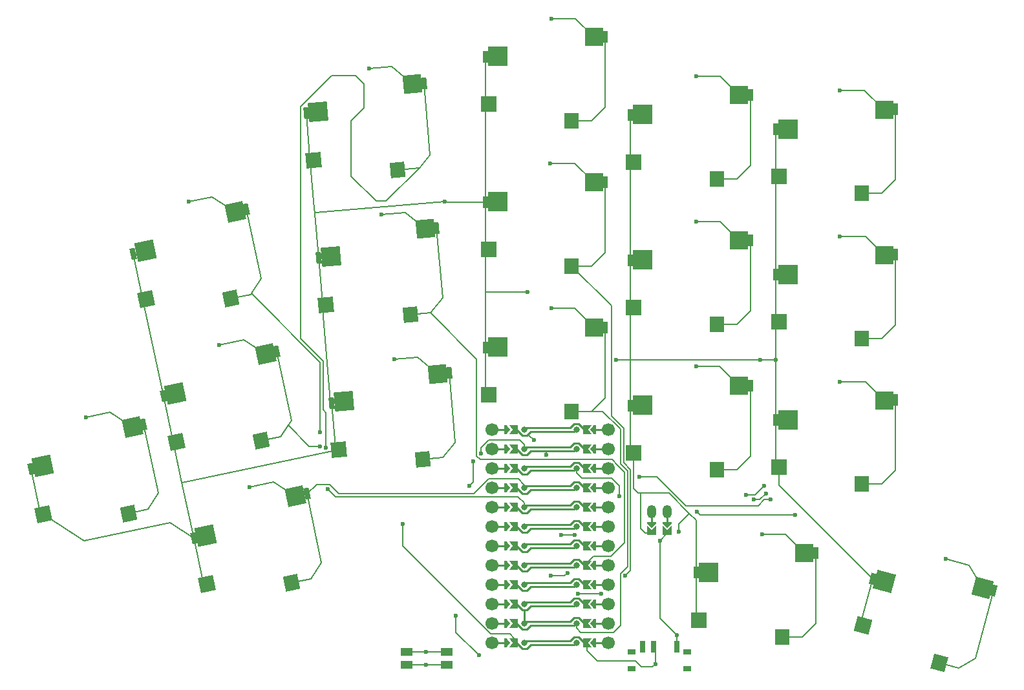
<source format=gbr>
%TF.GenerationSoftware,KiCad,Pcbnew,8.0.4*%
%TF.CreationDate,2024-11-28T23:07:48+01:00*%
%TF.ProjectId,reversible_split,72657665-7273-4696-926c-655f73706c69,v1.0.0*%
%TF.SameCoordinates,Original*%
%TF.FileFunction,Copper,L2,Bot*%
%TF.FilePolarity,Positive*%
%FSLAX46Y46*%
G04 Gerber Fmt 4.6, Leading zero omitted, Abs format (unit mm)*
G04 Created by KiCad (PCBNEW 8.0.4) date 2024-11-28 23:07:48*
%MOMM*%
%LPD*%
G01*
G04 APERTURE LIST*
G04 Aperture macros list*
%AMRotRect*
0 Rectangle, with rotation*
0 The origin of the aperture is its center*
0 $1 length*
0 $2 width*
0 $3 Rotation angle, in degrees counterclockwise*
0 Add horizontal line*
21,1,$1,$2,0,0,$3*%
%AMFreePoly0*
4,1,6,0.600000,-1.000000,0.000000,-0.400000,-0.600000,-1.000000,-0.600000,0.250000,0.600000,0.250000,0.600000,-1.000000,0.600000,-1.000000,$1*%
%AMFreePoly1*
4,1,6,0.600000,-0.200000,0.600000,-0.400000,-0.600000,-0.400000,-0.600000,-0.200000,0.000000,0.400000,0.600000,-0.200000,0.600000,-0.200000,$1*%
%AMFreePoly2*
4,1,6,0.500000,-0.625000,0.250000,-0.625000,-0.250000,0.000000,0.250000,0.625000,0.500000,0.625000,0.500000,-0.625000,0.500000,-0.625000,$1*%
%AMFreePoly3*
4,1,6,0.150000,0.000000,0.650000,-0.625000,-0.500000,-0.625000,-0.500000,0.625000,0.650000,0.625000,0.150000,0.000000,0.150000,0.000000,$1*%
G04 Aperture macros list end*
%TA.AperFunction,SMDPad,CuDef*%
%ADD10RotRect,0.700000X1.500000X5.000000*%
%TD*%
%TA.AperFunction,SMDPad,CuDef*%
%ADD11RotRect,2.000000X2.000000X185.000000*%
%TD*%
%TA.AperFunction,SMDPad,CuDef*%
%ADD12RotRect,2.500000X2.500000X185.000000*%
%TD*%
%TA.AperFunction,SMDPad,CuDef*%
%ADD13RotRect,1.900000X2.000000X185.000000*%
%TD*%
%TA.AperFunction,SMDPad,CuDef*%
%ADD14RotRect,2.400000X2.400000X185.000000*%
%TD*%
%TA.AperFunction,SMDPad,CuDef*%
%ADD15R,0.700000X1.500000*%
%TD*%
%TA.AperFunction,SMDPad,CuDef*%
%ADD16R,2.000000X2.000000*%
%TD*%
%TA.AperFunction,SMDPad,CuDef*%
%ADD17R,2.500000X2.500000*%
%TD*%
%TA.AperFunction,SMDPad,CuDef*%
%ADD18R,1.900000X2.000000*%
%TD*%
%TA.AperFunction,SMDPad,CuDef*%
%ADD19R,2.400000X2.400000*%
%TD*%
%TA.AperFunction,SMDPad,CuDef*%
%ADD20R,1.000000X0.800000*%
%TD*%
%TA.AperFunction,SMDPad,CuDef*%
%ADD21RotRect,0.700000X1.500000X12.000000*%
%TD*%
%TA.AperFunction,SMDPad,CuDef*%
%ADD22RotRect,2.000000X2.000000X192.000000*%
%TD*%
%TA.AperFunction,SMDPad,CuDef*%
%ADD23RotRect,2.500000X2.500000X192.000000*%
%TD*%
%TA.AperFunction,SMDPad,CuDef*%
%ADD24RotRect,1.900000X2.000000X192.000000*%
%TD*%
%TA.AperFunction,SMDPad,CuDef*%
%ADD25RotRect,2.400000X2.400000X192.000000*%
%TD*%
%TA.AperFunction,SMDPad,CuDef*%
%ADD26RotRect,0.700000X1.500000X345.000000*%
%TD*%
%TA.AperFunction,SMDPad,CuDef*%
%ADD27RotRect,2.000000X2.000000X165.000000*%
%TD*%
%TA.AperFunction,SMDPad,CuDef*%
%ADD28RotRect,2.500000X2.500000X165.000000*%
%TD*%
%TA.AperFunction,SMDPad,CuDef*%
%ADD29RotRect,1.900000X2.000000X165.000000*%
%TD*%
%TA.AperFunction,SMDPad,CuDef*%
%ADD30RotRect,2.400000X2.400000X165.000000*%
%TD*%
%TA.AperFunction,SMDPad,CuDef*%
%ADD31R,1.550000X1.000000*%
%TD*%
%TA.AperFunction,SMDPad,CuDef*%
%ADD32FreePoly0,180.000000*%
%TD*%
%TA.AperFunction,ComponentPad*%
%ADD33O,1.200000X1.750000*%
%TD*%
%TA.AperFunction,SMDPad,CuDef*%
%ADD34FreePoly1,180.000000*%
%TD*%
%TA.AperFunction,ComponentPad*%
%ADD35C,1.700000*%
%TD*%
%TA.AperFunction,SMDPad,CuDef*%
%ADD36FreePoly2,0.000000*%
%TD*%
%TA.AperFunction,SMDPad,CuDef*%
%ADD37FreePoly2,180.000000*%
%TD*%
%TA.AperFunction,ComponentPad*%
%ADD38C,0.800000*%
%TD*%
%TA.AperFunction,SMDPad,CuDef*%
%ADD39FreePoly3,180.000000*%
%TD*%
%TA.AperFunction,SMDPad,CuDef*%
%ADD40FreePoly3,0.000000*%
%TD*%
%TA.AperFunction,ViaPad*%
%ADD41C,0.600000*%
%TD*%
%TA.AperFunction,Conductor*%
%ADD42C,0.200000*%
%TD*%
%TA.AperFunction,Conductor*%
%ADD43C,0.250000*%
%TD*%
G04 APERTURE END LIST*
D10*
%TO.P,S5,1*%
%TO.N,GND*%
X153103702Y-94335077D03*
D11*
X154042545Y-100476622D03*
D12*
X154694127Y-94155780D03*
D13*
%TO.P,S5,2*%
%TO.N,matrix_ring_bottom*%
X165092810Y-101718252D03*
D14*
X167024805Y-90527283D03*
D10*
X168517354Y-90376628D03*
%TD*%
D15*
%TO.P,S13,1*%
%TO.N,GND*%
X192274991Y-56575522D03*
D16*
X192674991Y-62775522D03*
D17*
X193874991Y-56535523D03*
D18*
%TO.P,S13,2*%
%TO.N,matrix_index_top*%
X203574991Y-64975522D03*
D19*
X206474992Y-53995522D03*
D15*
X207974991Y-53975523D03*
%TD*%
D20*
%TO.P,PWR1,*%
%TO.N,*%
X199712495Y-126951521D03*
X192412493Y-126951521D03*
X192412494Y-129161519D03*
X199712493Y-129161522D03*
D15*
%TO.P,PWR1,1*%
%TO.N,pos*%
X198312494Y-126301521D03*
%TO.P,PWR1,2*%
%TO.N,RAW*%
X195312493Y-126301521D03*
%TO.P,PWR1,3*%
%TO.N,N/C*%
X193812494Y-126301521D03*
%TD*%
D10*
%TO.P,S7,1*%
%TO.N,GND*%
X149783068Y-56380058D03*
D11*
X150721911Y-62521603D03*
D12*
X151373493Y-56200761D03*
D13*
%TO.P,S7,2*%
%TO.N,matrix_ring_top*%
X161772176Y-63763233D03*
D14*
X163704171Y-52572264D03*
D10*
X165196720Y-52421609D03*
%TD*%
D21*
%TO.P,S3,1*%
%TO.N,GND*%
X131111484Y-93427950D03*
D22*
X132791796Y-99409300D03*
D23*
X132668204Y-93056163D03*
D24*
%TO.P,S3,2*%
%TO.N,matrix_pinky_home*%
X143911010Y-99294986D03*
D25*
X144464768Y-87951983D03*
D21*
X145927831Y-87620552D03*
%TD*%
D15*
%TO.P,S16,1*%
%TO.N,GND*%
X211274994Y-58480523D03*
D16*
X211674994Y-64680523D03*
D17*
X212874994Y-58440524D03*
D18*
%TO.P,S16,2*%
%TO.N,matrix_inner_top*%
X222574994Y-66880523D03*
D19*
X225474995Y-55900523D03*
D15*
X226974994Y-55880524D03*
%TD*%
%TO.P,S15,1*%
%TO.N,GND*%
X211274992Y-77530523D03*
D16*
X211674992Y-83730523D03*
D17*
X212874992Y-77490524D03*
D18*
%TO.P,S15,2*%
%TO.N,matrix_inner_home*%
X222574992Y-85930523D03*
D19*
X225474993Y-74950523D03*
D15*
X226974992Y-74930524D03*
%TD*%
D26*
%TO.P,S18,1*%
%TO.N,GND*%
X223960961Y-117387878D03*
D27*
X222742655Y-123480145D03*
D28*
X225516797Y-117763351D03*
D29*
%TO.P,S18,2*%
%TO.N,thumb_reachy*%
X232701845Y-128426310D03*
D30*
X238344863Y-118571019D03*
D26*
X239798928Y-118939929D03*
%TD*%
D15*
%TO.P,S12,1*%
%TO.N,GND*%
X192274992Y-75625520D03*
D16*
X192674992Y-81825520D03*
D17*
X193874992Y-75585521D03*
D18*
%TO.P,S12,2*%
%TO.N,matrix_index_home*%
X203574992Y-84025520D03*
D19*
X206474993Y-73045520D03*
D15*
X207974992Y-73025521D03*
%TD*%
%TO.P,S14,1*%
%TO.N,GND*%
X211274991Y-96580524D03*
D16*
X211674991Y-102780524D03*
D17*
X212874991Y-96540525D03*
D18*
%TO.P,S14,2*%
%TO.N,matrix_inner_bottom*%
X222574991Y-104980524D03*
D19*
X225474992Y-94000524D03*
D15*
X226974991Y-93980525D03*
%TD*%
D21*
%TO.P,S2,1*%
%TO.N,GND*%
X135072208Y-112061659D03*
D22*
X136752520Y-118043009D03*
D23*
X136628928Y-111689872D03*
D24*
%TO.P,S2,2*%
%TO.N,matrix_pinky_bottom*%
X147871734Y-117928695D03*
D25*
X148425492Y-106585692D03*
D21*
X149888555Y-106254261D03*
%TD*%
D10*
%TO.P,S6,1*%
%TO.N,GND*%
X151443390Y-75357568D03*
D11*
X152382233Y-81499113D03*
D12*
X153033815Y-75178271D03*
D13*
%TO.P,S6,2*%
%TO.N,matrix_ring_home*%
X163432498Y-82740743D03*
D14*
X165364493Y-71549774D03*
D10*
X166857042Y-71399119D03*
%TD*%
D15*
%TO.P,S11,1*%
%TO.N,GND*%
X192274991Y-94675522D03*
D16*
X192674991Y-100875522D03*
D17*
X193874991Y-94635523D03*
D18*
%TO.P,S11,2*%
%TO.N,matrix_index_bottom*%
X203574991Y-103075522D03*
D19*
X206474992Y-92095522D03*
D15*
X207974991Y-92075523D03*
%TD*%
%TO.P,S8,1*%
%TO.N,GND*%
X173274992Y-87055523D03*
D16*
X173674992Y-93255523D03*
D17*
X174874992Y-87015524D03*
D18*
%TO.P,S8,2*%
%TO.N,matrix_middle_bottom*%
X184574992Y-95455523D03*
D19*
X187474993Y-84475523D03*
D15*
X188974992Y-84455524D03*
%TD*%
%TO.P,S10,1*%
%TO.N,GND*%
X173274991Y-48955525D03*
D16*
X173674991Y-55155525D03*
D17*
X174874991Y-48915526D03*
D18*
%TO.P,S10,2*%
%TO.N,matrix_middle_top*%
X184574991Y-57355525D03*
D19*
X187474992Y-46375525D03*
D15*
X188974991Y-46355526D03*
%TD*%
D21*
%TO.P,S1,1*%
%TO.N,GND*%
X113714898Y-102968382D03*
D22*
X115395210Y-108949732D03*
D23*
X115271618Y-102596595D03*
D24*
%TO.P,S1,2*%
%TO.N,matrix_outer_home*%
X126514424Y-108835418D03*
D25*
X127068182Y-97492415D03*
D21*
X128531245Y-97160984D03*
%TD*%
D31*
%TO.P,RST1,1*%
%TO.N,GND*%
X168157488Y-128696021D03*
%TO.P,RST1,2*%
%TO.N,RST*%
X168157488Y-126996021D03*
%TO.P,RST1,3*%
%TO.N,GND*%
X162907488Y-128696021D03*
%TO.P,RST1,4*%
%TO.N,RST*%
X162907488Y-126996021D03*
%TD*%
D15*
%TO.P,S9,1*%
%TO.N,GND*%
X173274994Y-68005524D03*
D16*
X173674994Y-74205524D03*
D17*
X174874994Y-67965525D03*
D18*
%TO.P,S9,2*%
%TO.N,matrix_middle_home*%
X184574994Y-76405524D03*
D19*
X187474995Y-65425524D03*
D15*
X188974994Y-65405525D03*
%TD*%
D21*
%TO.P,S4,1*%
%TO.N,GND*%
X127150769Y-74794239D03*
D22*
X128831081Y-80775589D03*
D23*
X128707489Y-74422452D03*
D24*
%TO.P,S4,2*%
%TO.N,matrix_pinky_top*%
X139950295Y-80661275D03*
D25*
X140504053Y-69318272D03*
D21*
X141967116Y-68986841D03*
%TD*%
D15*
%TO.P,S17,1*%
%TO.N,GND*%
X200847487Y-116583023D03*
D16*
X201247487Y-122783023D03*
D17*
X202447487Y-116543024D03*
D18*
%TO.P,S17,2*%
%TO.N,thumb_tucky*%
X212147487Y-124983023D03*
D19*
X215047488Y-114003023D03*
D15*
X216547487Y-113983024D03*
%TD*%
D32*
%TO.P,JST1,1*%
%TO.N,pos*%
X197062491Y-111421525D03*
%TO.P,JST1,2*%
%TO.N,GND*%
X195062491Y-111421525D03*
D33*
%TO.P,JST1,11*%
%TO.N,JST1_1*%
X195062491Y-108605525D03*
%TO.P,JST1,12*%
%TO.N,JST1_2*%
X197062491Y-108605525D03*
D34*
%TO.P,JST1,31*%
%TO.N,JST1_1*%
X195062491Y-110405525D03*
%TO.P,JST1,32*%
%TO.N,JST1_2*%
X197062491Y-110405525D03*
%TD*%
D35*
%TO.P,MCU1,1*%
%TO.N,MCU1_1*%
X189394985Y-125782276D03*
D36*
X187274985Y-125782274D03*
D35*
%TO.P,MCU1,2*%
%TO.N,MCU1_2*%
X189394988Y-123242274D03*
D36*
X187274988Y-123242274D03*
D35*
%TO.P,MCU1,3*%
%TO.N,MCU1_3*%
X189394988Y-120702274D03*
D36*
X187274988Y-120702274D03*
D35*
%TO.P,MCU1,4*%
%TO.N,MCU1_4*%
X189394988Y-118162274D03*
D36*
X187274988Y-118162273D03*
D35*
%TO.P,MCU1,5*%
%TO.N,MCU1_5*%
X189394988Y-115622274D03*
D36*
X187274988Y-115622274D03*
D35*
%TO.P,MCU1,6*%
%TO.N,MCU1_6*%
X189394989Y-113082274D03*
D36*
X187274988Y-113082274D03*
D35*
%TO.P,MCU1,7*%
%TO.N,MCU1_7*%
X189394988Y-110542274D03*
D36*
X187274988Y-110542274D03*
D35*
%TO.P,MCU1,8*%
%TO.N,MCU1_8*%
X189394988Y-108002274D03*
D36*
X187274988Y-108002274D03*
D35*
%TO.P,MCU1,9*%
%TO.N,MCU1_9*%
X189394988Y-105462274D03*
D36*
X187274988Y-105462274D03*
D35*
%TO.P,MCU1,10*%
%TO.N,MCU1_10*%
X189394989Y-102922274D03*
D36*
X187274988Y-102922274D03*
D35*
%TO.P,MCU1,11*%
%TO.N,MCU1_11*%
X189394988Y-100382274D03*
D36*
X187274988Y-100382274D03*
D35*
%TO.P,MCU1,12*%
%TO.N,MCU1_12*%
X189394988Y-97842274D03*
D36*
X187274988Y-97842274D03*
D37*
%TO.P,MCU1,13*%
%TO.N,MCU1_13*%
X176274990Y-97842274D03*
D35*
X174154988Y-97842273D03*
D37*
%TO.P,MCU1,14*%
%TO.N,MCU1_14*%
X176274991Y-100382274D03*
D35*
X174154991Y-100382272D03*
D37*
%TO.P,MCU1,15*%
%TO.N,MCU1_15*%
X176274988Y-102922274D03*
D35*
X174154988Y-102922274D03*
D37*
%TO.P,MCU1,16*%
%TO.N,MCU1_16*%
X176274988Y-105462274D03*
D35*
X174154988Y-105462274D03*
D37*
%TO.P,MCU1,17*%
%TO.N,MCU1_17*%
X176274988Y-108002275D03*
D35*
X174154988Y-108002274D03*
D37*
%TO.P,MCU1,18*%
%TO.N,MCU1_18*%
X176274988Y-110542274D03*
D35*
X174154988Y-110542274D03*
D37*
%TO.P,MCU1,19*%
%TO.N,MCU1_19*%
X176274988Y-113082274D03*
D35*
X174154987Y-113082274D03*
D37*
%TO.P,MCU1,20*%
%TO.N,MCU1_20*%
X176274988Y-115622274D03*
D35*
X174154988Y-115622274D03*
D37*
%TO.P,MCU1,21*%
%TO.N,MCU1_21*%
X176274988Y-118162274D03*
D35*
X174154988Y-118162274D03*
D37*
%TO.P,MCU1,22*%
%TO.N,MCU1_22*%
X176274988Y-120702274D03*
D35*
X174154988Y-120702274D03*
D37*
%TO.P,MCU1,23*%
%TO.N,MCU1_23*%
X176274988Y-123242274D03*
D35*
X174154987Y-123242274D03*
D37*
%TO.P,MCU1,24*%
%TO.N,MCU1_24*%
X176274988Y-125782274D03*
D35*
X174154988Y-125782274D03*
D38*
%TO.P,MCU1,101*%
%TO.N,matrix_ring_top*%
X185174986Y-125782274D03*
D39*
X176999988Y-125782274D03*
D38*
%TO.P,MCU1,102*%
%TO.N,matrix_middle_bottom*%
X185174988Y-123242274D03*
D39*
X176999989Y-123242273D03*
D38*
%TO.P,MCU1,103*%
%TO.N,GND*%
X185174988Y-120702274D03*
D39*
X176999989Y-120702274D03*
D38*
%TO.P,MCU1,104*%
X185174987Y-118162274D03*
D39*
X176999985Y-118162274D03*
D38*
%TO.P,MCU1,105*%
%TO.N,matrix_middle_home*%
X185174988Y-115622274D03*
D39*
X176999988Y-115622274D03*
D38*
%TO.P,MCU1,106*%
%TO.N,matrix_middle_top*%
X185174989Y-113082274D03*
D39*
X176999988Y-113082274D03*
D38*
%TO.P,MCU1,107*%
%TO.N,matrix_index_bottom*%
X185174988Y-110542274D03*
D39*
X176999988Y-110542274D03*
D38*
%TO.P,MCU1,108*%
%TO.N,matrix_index_home*%
X185174988Y-108002274D03*
D39*
X176999985Y-108002274D03*
D38*
%TO.P,MCU1,109*%
%TO.N,matrix_index_top*%
X185174988Y-105462274D03*
D39*
X176999988Y-105462274D03*
D38*
%TO.P,MCU1,110*%
%TO.N,matrix_inner_bottom*%
X185174988Y-102922274D03*
D39*
X176999988Y-102922274D03*
D38*
%TO.P,MCU1,111*%
%TO.N,matrix_inner_home*%
X185174988Y-100382274D03*
D39*
X176999988Y-100382274D03*
D38*
%TO.P,MCU1,112*%
%TO.N,matrix_inner_top*%
X185174986Y-97842274D03*
D39*
X176999988Y-97842274D03*
D40*
%TO.P,MCU1,113*%
%TO.N,thumb_reachy*%
X186549988Y-97842274D03*
D38*
X178374989Y-97842273D03*
D40*
%TO.P,MCU1,114*%
%TO.N,thumb_tucky*%
X186549988Y-100382274D03*
D38*
X178374990Y-100382274D03*
D40*
%TO.P,MCU1,115*%
%TO.N,matrix_outer_home*%
X186549987Y-102922275D03*
D38*
X178374988Y-102922274D03*
D40*
%TO.P,MCU1,116*%
%TO.N,matrix_pinky_bottom*%
X186549987Y-105462274D03*
D38*
X178374988Y-105462274D03*
D40*
%TO.P,MCU1,117*%
%TO.N,matrix_pinky_home*%
X186549991Y-108002274D03*
D38*
X178374989Y-108002274D03*
D40*
%TO.P,MCU1,118*%
%TO.N,matrix_pinky_top*%
X186549988Y-110542274D03*
D38*
X178374988Y-110542274D03*
D40*
%TO.P,MCU1,119*%
%TO.N,matrix_ring_bottom*%
X186549988Y-113082274D03*
D38*
X178374987Y-113082274D03*
D40*
%TO.P,MCU1,120*%
%TO.N,matrix_ring_home*%
X186549988Y-115622274D03*
D38*
X178374988Y-115622274D03*
D40*
%TO.P,MCU1,121*%
%TO.N,VCC*%
X186549991Y-118162274D03*
D38*
X178374988Y-118162274D03*
D40*
%TO.P,MCU1,122*%
%TO.N,RST*%
X186549988Y-120702274D03*
D38*
X178374988Y-120702274D03*
D40*
%TO.P,MCU1,123*%
%TO.N,GND*%
X186549988Y-123242274D03*
D38*
X178374988Y-123242274D03*
D40*
%TO.P,MCU1,124*%
%TO.N,RAW*%
X186549988Y-125782274D03*
D38*
X178374988Y-125782274D03*
%TD*%
D41*
%TO.N,GND*%
X165508135Y-128696019D03*
X190381467Y-88734046D03*
X209274992Y-88734046D03*
X178800000Y-79800000D03*
X198600000Y-111200000D03*
X167952275Y-67934045D03*
X211274989Y-88734045D03*
%TO.N,matrix_outer_home*%
X120989140Y-96197555D03*
%TO.N,matrix_pinky_bottom*%
X142359961Y-105354412D03*
%TO.N,matrix_pinky_home*%
X152600000Y-105600000D03*
X138409640Y-86769606D03*
X151600000Y-100000000D03*
%TO.N,matrix_pinky_top*%
X134417734Y-67989172D03*
X151600000Y-98200000D03*
%TO.N,matrix_ring_bottom*%
X161328721Y-88605680D03*
%TO.N,matrix_ring_home*%
X159672762Y-69677982D03*
%TO.N,matrix_ring_top*%
X157999374Y-50551043D03*
X152400000Y-100200000D03*
X162400000Y-110200000D03*
%TO.N,matrix_middle_bottom*%
X181908133Y-81949244D03*
%TO.N,matrix_middle_home*%
X191544989Y-117000000D03*
X181708130Y-62949244D03*
%TO.N,matrix_middle_top*%
X181908134Y-43949245D03*
%TO.N,matrix_index_bottom*%
X200908138Y-89549243D03*
%TO.N,matrix_index_home*%
X200908133Y-70549246D03*
%TO.N,matrix_index_top*%
X200908136Y-51549245D03*
%TO.N,matrix_inner_bottom*%
X190800000Y-106600000D03*
X219708137Y-91549243D03*
X193400000Y-104000000D03*
X210606246Y-106993754D03*
%TO.N,matrix_inner_home*%
X181800000Y-117000000D03*
X208400000Y-107000000D03*
X181200000Y-101172268D03*
X210000000Y-106200000D03*
X184000000Y-116600000D03*
X219708135Y-72549244D03*
%TO.N,matrix_inner_top*%
X179600000Y-99200000D03*
X219708137Y-53349247D03*
X209800000Y-105200000D03*
X207400000Y-106400000D03*
X185400000Y-119312274D03*
X188400000Y-119312274D03*
%TO.N,thumb_tucky*%
X171200000Y-105200000D03*
X172400000Y-127400000D03*
X209508134Y-111549241D03*
X171694724Y-102000000D03*
X169400000Y-122200000D03*
X172718989Y-100975735D03*
%TO.N,thumb_reachy*%
X201000000Y-108600000D03*
X213800000Y-109000000D03*
X233588217Y-114804990D03*
X185000000Y-111600000D03*
X183200000Y-111600000D03*
%TO.N,RAW*%
X195508138Y-128549244D03*
%TO.N,RST*%
X165508137Y-126996021D03*
%TO.N,pos*%
X196108136Y-112375878D03*
X198312488Y-124753598D03*
%TD*%
D42*
%TO.N,GND*%
X200847489Y-116583021D02*
X200847489Y-109683531D01*
X113714899Y-102968383D02*
X114920788Y-108641639D01*
X173274989Y-87055524D02*
X173274993Y-92855522D01*
X211274992Y-64280522D02*
X211674992Y-64680523D01*
X136257141Y-112061659D02*
X136628928Y-111689872D01*
X173274994Y-73805526D02*
X173674989Y-74205526D01*
X133592701Y-104823370D02*
X133524210Y-104778892D01*
X173274992Y-48955522D02*
X173274992Y-54755525D01*
X135072210Y-112061659D02*
X133524210Y-104778892D01*
X223960961Y-117387878D02*
X225141324Y-117387878D01*
X223960962Y-117387877D02*
X222459813Y-122990245D01*
X200847490Y-116583021D02*
X200847487Y-122383023D01*
X154042546Y-100476622D02*
X133592701Y-104823370D01*
X131934525Y-110024023D02*
X135072210Y-112061659D01*
D43*
X178074686Y-121427270D02*
X178400000Y-121427271D01*
D42*
X192274991Y-56575521D02*
X192274990Y-62375524D01*
X152987862Y-94237873D02*
X153103699Y-94335079D01*
X211274987Y-96580522D02*
X211274992Y-102380521D01*
X173274994Y-68005523D02*
X173274994Y-73805526D01*
D43*
X179180296Y-120922272D02*
X184954992Y-120922270D01*
D42*
X165508135Y-128696019D02*
X168157490Y-128696024D01*
X192274994Y-88734044D02*
X190381467Y-88734046D01*
X192274994Y-88734044D02*
X192274990Y-82225520D01*
X131111485Y-93427950D02*
X128522985Y-81250015D01*
X173274993Y-68005523D02*
X168023754Y-68005522D01*
X153609203Y-100113004D02*
X154042545Y-100476621D01*
D43*
X185475294Y-122517277D02*
X184874683Y-122517272D01*
D42*
X193600000Y-110800000D02*
X194221525Y-111421525D01*
X192274993Y-81425518D02*
X192674988Y-81825520D01*
X152382230Y-81499113D02*
X151921409Y-82048293D01*
X193600000Y-106134045D02*
X193298009Y-106134045D01*
X168023754Y-68005522D02*
X167952275Y-67934045D01*
X149783063Y-56380057D02*
X150288574Y-62157988D01*
X194221525Y-111421525D02*
X195062491Y-111421525D01*
X173274988Y-79800000D02*
X173274988Y-74605522D01*
X192274990Y-62375524D02*
X192674992Y-62775523D01*
X132317372Y-99101206D02*
X132791796Y-99409300D01*
X211274992Y-102380521D02*
X211674991Y-102780524D01*
D43*
X179180293Y-118382272D02*
X184954993Y-118382271D01*
D42*
X192274988Y-94675521D02*
X192274993Y-100475521D01*
X192274992Y-75625524D02*
X192274993Y-81425518D01*
X173274989Y-87055524D02*
X173274988Y-79800000D01*
X199981979Y-108818021D02*
X197298006Y-106134046D01*
X150793911Y-67934045D02*
X150358295Y-62954945D01*
X211274990Y-77530524D02*
X211274990Y-65080524D01*
D43*
X176999991Y-118162271D02*
X177349687Y-118162273D01*
D42*
X211274989Y-88734045D02*
X209274992Y-88734046D01*
X173274992Y-54755525D02*
X173674988Y-55155524D01*
X211274990Y-65080524D02*
X211674992Y-64680523D01*
X115395210Y-108949734D02*
X120720060Y-112407731D01*
X209274992Y-88734046D02*
X192274994Y-88734044D01*
D43*
X177349687Y-118162273D02*
X178074686Y-118887271D01*
X186200299Y-123242270D02*
X185475294Y-122517277D01*
D42*
X127150768Y-74794240D02*
X128356656Y-80467496D01*
X211274989Y-88734045D02*
X211274991Y-84130522D01*
X162907491Y-128696019D02*
X165508135Y-128696019D01*
X193600000Y-106134045D02*
X193600000Y-110800000D01*
X128522985Y-81250015D02*
X128831079Y-80775590D01*
X197298006Y-106134046D02*
X193600000Y-106134045D01*
D43*
X177349684Y-120702276D02*
X178074686Y-121427270D01*
D42*
X132296417Y-93427950D02*
X132668204Y-93056163D01*
D43*
X178400000Y-121427271D02*
X178675293Y-121427272D01*
X186549990Y-123242276D02*
X186200299Y-123242270D01*
D42*
X131111485Y-93427950D02*
X132317372Y-99101206D01*
X192274990Y-63175521D02*
X192674992Y-62775523D01*
D43*
X184874683Y-122517272D02*
X184379685Y-123012271D01*
D42*
X192674992Y-105511032D02*
X192674991Y-100875522D01*
X133524210Y-104778892D02*
X132483710Y-99883716D01*
X128335702Y-74794239D02*
X128707489Y-74422452D01*
X211274992Y-83330523D02*
X211674992Y-83730525D01*
X211674990Y-105101907D02*
X223960961Y-117387877D01*
X150933489Y-69529444D02*
X150793911Y-67934045D01*
X211274990Y-77530524D02*
X211274992Y-83330523D01*
X151948890Y-81135498D02*
X152382230Y-81499113D01*
X114899831Y-102968382D02*
X115271618Y-102596595D01*
X198600000Y-110200000D02*
X198600000Y-111200000D01*
X150288574Y-62157988D02*
X150721914Y-62521606D01*
X135072208Y-112061659D02*
X136257141Y-112061659D01*
X151029890Y-69414561D02*
X150933489Y-69529444D01*
D43*
X176999988Y-120702274D02*
X177349684Y-120702276D01*
D42*
X113714898Y-102968382D02*
X114899831Y-102968382D01*
D43*
X184379685Y-123012271D02*
X178604991Y-123012275D01*
D42*
X222459813Y-122990245D02*
X222742657Y-123480144D01*
X153103699Y-94335079D02*
X153609203Y-100113004D01*
X192274992Y-75625524D02*
X192274990Y-63175521D01*
X225141324Y-117387878D02*
X225516797Y-117763351D01*
X132483710Y-99883716D02*
X132791796Y-99409300D01*
X136278097Y-117734915D02*
X136752521Y-118043011D01*
X192274988Y-94675521D02*
X192274994Y-88734044D01*
X151443383Y-75357568D02*
X150933489Y-69529444D01*
X200847487Y-122383023D02*
X201247490Y-122783021D01*
X173274989Y-55555523D02*
X173674988Y-55155524D01*
D43*
X178400000Y-121427271D02*
X178374988Y-121452283D01*
D42*
X150358295Y-62954945D02*
X150721914Y-62521606D01*
D43*
X178675293Y-121427272D02*
X179180296Y-120922272D01*
D42*
X192274993Y-100475521D02*
X192674992Y-100875519D01*
X120720060Y-112407731D02*
X131934525Y-110024023D01*
X167952275Y-67934045D02*
X151029890Y-69414561D01*
X211274991Y-84130522D02*
X211674992Y-83730525D01*
X211674990Y-102780523D02*
X211674990Y-105101907D01*
X127150769Y-74794239D02*
X128335702Y-74794239D01*
X193298009Y-106134045D02*
X192674992Y-105511032D01*
X211274987Y-96580522D02*
X211274989Y-88734045D01*
X178800000Y-79800000D02*
X173274988Y-79800000D01*
D43*
X178074686Y-118887271D02*
X178675290Y-118887271D01*
D42*
X200847489Y-109683531D02*
X199981979Y-108818021D01*
X199981979Y-108818021D02*
X198600000Y-110200000D01*
X151921409Y-82048293D02*
X152987862Y-94237873D01*
D43*
X178374988Y-121452283D02*
X178374988Y-123242274D01*
D42*
X135072210Y-112061659D02*
X136278097Y-117734915D01*
X173274988Y-74605522D02*
X173674989Y-74205526D01*
X192274990Y-82225520D02*
X192674988Y-81825520D01*
X128356656Y-80467496D02*
X128831079Y-80775590D01*
X173274993Y-92855522D02*
X173674995Y-93255521D01*
X173274994Y-68005523D02*
X173274989Y-55555523D01*
X211274990Y-58480520D02*
X211274992Y-64280522D01*
X114920788Y-108641639D02*
X115395210Y-108949734D01*
X151443383Y-75357568D02*
X151948890Y-81135498D01*
D43*
X178675290Y-118887271D02*
X179180293Y-118382272D01*
D42*
X131111484Y-93427950D02*
X132296417Y-93427950D01*
%TO.N,matrix_outer_home*%
X124066898Y-95543359D02*
X127068182Y-97492416D01*
D43*
X186549992Y-102922272D02*
X186200293Y-102922274D01*
D42*
X129073548Y-108291460D02*
X126514426Y-108835418D01*
D43*
X185475294Y-102197269D02*
X184874687Y-102197273D01*
X186200293Y-102922274D02*
X185475294Y-102197269D01*
D42*
X128531246Y-97160985D02*
X130447421Y-106175883D01*
X130447421Y-106175883D02*
X129073548Y-108291460D01*
D43*
X184874687Y-102197273D02*
X184379684Y-102692272D01*
D42*
X120989140Y-96197555D02*
X124066898Y-95543359D01*
D43*
X184379684Y-102692272D02*
X178604993Y-102692271D01*
D42*
%TO.N,matrix_pinky_bottom*%
X173678642Y-104312274D02*
X177606400Y-104312274D01*
X154060803Y-106212274D02*
X171778642Y-106212274D01*
X151142818Y-105000000D02*
X152848529Y-105000000D01*
X177606400Y-104312274D02*
X178374987Y-105080861D01*
D43*
X185475298Y-104737272D02*
X184874682Y-104737272D01*
D42*
X151804733Y-115269158D02*
X150430858Y-117384736D01*
D43*
X186200296Y-105462275D02*
X185475298Y-104737272D01*
D42*
X149888555Y-106254263D02*
X151142818Y-105000000D01*
X171778642Y-106212274D02*
X173678642Y-104312274D01*
X178374987Y-105080861D02*
X178374987Y-105462274D01*
X152848529Y-105000000D02*
X154060803Y-106212274D01*
X150430858Y-117384736D02*
X147871734Y-117928695D01*
D43*
X184874682Y-104737272D02*
X184379686Y-105232276D01*
X184379686Y-105232276D02*
X178604989Y-105232273D01*
D42*
X145501299Y-104686699D02*
X148425494Y-106585692D01*
X142359961Y-105354412D02*
X145501299Y-104686699D01*
X149888557Y-106254260D02*
X151804733Y-115269158D01*
D43*
X186549991Y-105462274D02*
X186200296Y-105462275D01*
%TO.N,matrix_pinky_home*%
X184874685Y-107277274D02*
X184379682Y-107772271D01*
X185475291Y-107277273D02*
X184874685Y-107277274D01*
D42*
X178374989Y-107436589D02*
X178374989Y-108002274D01*
X152600000Y-105600000D02*
X153612274Y-106612274D01*
X147844007Y-96635448D02*
X147446915Y-97246915D01*
X147446915Y-97246915D02*
X146470134Y-98751027D01*
X146470134Y-98751027D02*
X143911011Y-99294986D01*
X147446915Y-97246915D02*
X150200000Y-100000000D01*
X150200000Y-100000000D02*
X151600000Y-100000000D01*
X153612274Y-106612274D02*
X177550674Y-106612274D01*
D43*
X184379682Y-107772271D02*
X178604991Y-107772270D01*
D42*
X138409640Y-86769606D02*
X141599877Y-86091501D01*
D43*
X186200291Y-108002271D02*
X185475291Y-107277273D01*
X186549990Y-108002271D02*
X186200291Y-108002271D01*
D42*
X145927831Y-87620551D02*
X147844007Y-96635448D01*
X177550674Y-106612274D02*
X178374989Y-107436589D01*
X141599877Y-86091501D02*
X144464768Y-87951983D01*
%TO.N,matrix_pinky_top*%
X134417734Y-67989172D02*
X137461250Y-67342254D01*
D43*
X184874685Y-109817272D02*
X184379683Y-110312274D01*
D42*
X141967115Y-68986842D02*
X143883290Y-78001738D01*
D43*
X186200296Y-110542271D02*
X185475295Y-109817274D01*
D42*
X142509417Y-80117317D02*
X139950294Y-80661277D01*
X151600000Y-89000000D02*
X151600000Y-98200000D01*
X142591272Y-79991272D02*
X151600000Y-89000000D01*
X137461250Y-67342254D02*
X140504053Y-69318273D01*
X142591272Y-79991272D02*
X142509417Y-80117317D01*
D43*
X186549986Y-110542272D02*
X186200296Y-110542271D01*
X184379683Y-110312274D02*
X178604991Y-110312276D01*
X185475295Y-109817274D02*
X184874685Y-109817272D01*
D42*
X143883290Y-78001738D02*
X142591272Y-79991272D01*
%TO.N,matrix_ring_bottom*%
X165092808Y-101718251D02*
X167699151Y-101490227D01*
X161328721Y-88605680D02*
X164413132Y-88335829D01*
D43*
X186549991Y-113082271D02*
X186200297Y-113082274D01*
D42*
X164413132Y-88335829D02*
X167024804Y-90527282D01*
D43*
X186200297Y-113082274D02*
X185475291Y-112357271D01*
D42*
X169320610Y-99557850D02*
X168517353Y-90376625D01*
D43*
X185475291Y-112357271D02*
X184874685Y-112357272D01*
D42*
X167699151Y-101490227D02*
X169320610Y-99557850D01*
D43*
X184874685Y-112357272D02*
X184379687Y-112852271D01*
X184379687Y-112852271D02*
X178604992Y-112852269D01*
%TO.N,matrix_ring_home*%
X184874683Y-114897274D02*
X184379683Y-115392274D01*
D42*
X191474991Y-103406894D02*
X191474991Y-112628618D01*
X167660290Y-80580340D02*
X166038837Y-82512716D01*
D43*
X184379683Y-115392274D02*
X178604992Y-115392272D01*
D42*
X159672762Y-69677982D02*
X162806982Y-69403773D01*
X172572268Y-101772268D02*
X189871329Y-101772268D01*
X190574991Y-102475930D02*
X190574991Y-102506894D01*
X166038837Y-82512716D02*
X172118989Y-88592868D01*
X162806982Y-69403773D02*
X165364486Y-71549776D01*
X187400000Y-114400000D02*
X186549988Y-115250012D01*
X172118989Y-101318989D02*
X172572268Y-101772268D01*
X166038837Y-82512716D02*
X163432492Y-82740743D01*
D43*
X186549988Y-115622271D02*
X186200295Y-115622271D01*
X185475292Y-114897275D02*
X184874683Y-114897274D01*
X186200295Y-115622271D02*
X185475292Y-114897275D01*
D42*
X172118989Y-88592868D02*
X172118989Y-101318989D01*
X189871329Y-101772268D02*
X190574991Y-102475930D01*
X189703609Y-114400000D02*
X187400000Y-114400000D01*
X186549988Y-115250012D02*
X186549988Y-115622274D01*
X166857034Y-71399121D02*
X167660290Y-80580340D01*
X190574991Y-102506894D02*
X191474991Y-103406894D01*
X191474991Y-112628618D02*
X189703609Y-114400000D01*
D43*
%TO.N,matrix_ring_top*%
X177349683Y-125782272D02*
X178074687Y-126507274D01*
D42*
X149069033Y-85903347D02*
X152000000Y-88834314D01*
D43*
X178074687Y-126507274D02*
X178675293Y-126507273D01*
D42*
X176479988Y-124632274D02*
X176999988Y-125152274D01*
D43*
X176999990Y-125782270D02*
X177349683Y-125782272D01*
D42*
X157999374Y-50551043D02*
X160984165Y-50289908D01*
X149069033Y-55539151D02*
X149069033Y-85903347D01*
X160984165Y-50289908D02*
X163704169Y-52572264D01*
X164620608Y-63514026D02*
X166021152Y-61844927D01*
X153167759Y-51440425D02*
X149069033Y-55539151D01*
X157345526Y-55653953D02*
X157345526Y-52524130D01*
X173918641Y-124632274D02*
X176479988Y-124632274D01*
X162400000Y-113113633D02*
X173918641Y-124632274D01*
X152400000Y-95600000D02*
X152400000Y-100200000D01*
X162400000Y-110200000D02*
X162400000Y-113113633D01*
X156261821Y-51440425D02*
X153167759Y-51440425D01*
X157345526Y-52524130D02*
X156261821Y-51440425D01*
X176999988Y-125152274D02*
X176999988Y-125782274D01*
X166021152Y-61844927D02*
X165196721Y-52421607D01*
X155660115Y-64618211D02*
X155660115Y-57339364D01*
X152000000Y-88834314D02*
X152000000Y-95200000D01*
X152000000Y-95200000D02*
X152400000Y-95600000D01*
D43*
X179180299Y-126002274D02*
X184954986Y-126002273D01*
X178675293Y-126507273D02*
X179180299Y-126002274D01*
D42*
X161772174Y-63763231D02*
X164620608Y-63514026D01*
X158927154Y-67885250D02*
X155660115Y-64618211D01*
X155660115Y-57339364D02*
X157345526Y-55653953D01*
X160249384Y-67885250D02*
X158927154Y-67885250D01*
X164620608Y-63514026D02*
X160249384Y-67885250D01*
%TO.N,matrix_middle_bottom*%
X190040002Y-124392274D02*
X185759303Y-124392274D01*
X187191287Y-95455521D02*
X184574991Y-95455522D01*
X185759303Y-124392274D02*
X185174988Y-123807959D01*
X184574992Y-95455523D02*
X188634583Y-95455523D01*
X191874991Y-115821469D02*
X190944989Y-116751471D01*
X181908133Y-81949244D02*
X184948710Y-81949243D01*
X185174988Y-123807959D02*
X185174988Y-123242274D01*
X188974989Y-93671817D02*
X187191287Y-95455521D01*
X190944989Y-116751471D02*
X190944989Y-123487287D01*
D43*
X178675296Y-123967272D02*
X179180297Y-123462274D01*
D42*
X191874991Y-103241208D02*
X191874991Y-115821469D01*
X190944989Y-123487287D02*
X190040002Y-124392274D01*
X190974991Y-97795931D02*
X190974991Y-102341208D01*
D43*
X178074684Y-123967270D02*
X178675296Y-123967272D01*
D42*
X188634583Y-95455523D02*
X190974991Y-97795931D01*
D43*
X177349686Y-123242271D02*
X178074684Y-123967270D01*
X179180297Y-123462274D02*
X184954991Y-123462273D01*
D42*
X184948710Y-81949243D02*
X187474989Y-84475523D01*
X188974989Y-84455524D02*
X188974989Y-93671817D01*
X190974991Y-102341208D02*
X191874991Y-103241208D01*
D43*
X176999991Y-123242271D02*
X177349686Y-123242271D01*
D42*
%TO.N,matrix_middle_home*%
X191544989Y-117000000D02*
X192274991Y-116269998D01*
X191374991Y-97630245D02*
X189781467Y-96036721D01*
X184574992Y-76405522D02*
X187191285Y-76405521D01*
D43*
X178675296Y-116347272D02*
X179180294Y-115842272D01*
D42*
X191374991Y-102175522D02*
X191374991Y-97630245D01*
X184998711Y-62949249D02*
X187474990Y-65425523D01*
D43*
X178074685Y-116347275D02*
X178675296Y-116347272D01*
X179180294Y-115842272D02*
X184954988Y-115842273D01*
X176999991Y-115622272D02*
X177349682Y-115622273D01*
D42*
X189781467Y-81611997D02*
X184574994Y-76405524D01*
X192274991Y-116269998D02*
X192274991Y-103075522D01*
X192274991Y-103075522D02*
X191374991Y-102175522D01*
X181708130Y-62949244D02*
X184998711Y-62949249D01*
D43*
X177349682Y-115622273D02*
X178074685Y-116347275D01*
D42*
X187191285Y-76405521D02*
X188974989Y-74621821D01*
X189781467Y-96036721D02*
X189781467Y-81611997D01*
X188974989Y-74621821D02*
X188974990Y-65405528D01*
D43*
%TO.N,matrix_middle_top*%
X179180299Y-113302275D02*
X184954993Y-113302273D01*
D42*
X181908134Y-43949245D02*
X185048714Y-43949248D01*
X187191285Y-57355520D02*
X184574992Y-57355521D01*
D43*
X178074688Y-113807273D02*
X178675294Y-113807273D01*
X176999987Y-113082271D02*
X177349685Y-113082270D01*
X178675294Y-113807273D02*
X179180299Y-113302275D01*
D42*
X188974989Y-55571820D02*
X187191285Y-57355520D01*
D43*
X177349685Y-113082270D02*
X178074688Y-113807273D01*
D42*
X185048714Y-43949248D02*
X187474991Y-46375525D01*
X188974988Y-46355521D02*
X188974989Y-55571820D01*
D43*
%TO.N,matrix_index_bottom*%
X178074685Y-111267273D02*
X178675294Y-111267268D01*
X176999990Y-110542272D02*
X177349684Y-110542272D01*
X178675294Y-111267268D02*
X179180298Y-110762269D01*
D42*
X200908138Y-89549243D02*
X203928715Y-89549244D01*
X206191286Y-103075524D02*
X203574992Y-103075523D01*
X203928715Y-89549244D02*
X206474990Y-92095522D01*
X207974990Y-101291815D02*
X206191286Y-103075524D01*
X207974988Y-92075521D02*
X207974990Y-101291815D01*
D43*
X177349684Y-110542272D02*
X178074685Y-111267273D01*
X179180298Y-110762269D02*
X184954990Y-110762272D01*
D42*
%TO.N,matrix_index_home*%
X200908133Y-70549246D02*
X203978712Y-70549244D01*
D43*
X177349685Y-108002273D02*
X178074687Y-108727272D01*
D42*
X207974987Y-73025521D02*
X207974989Y-82241814D01*
D43*
X178074687Y-108727272D02*
X178675296Y-108727272D01*
D42*
X206191288Y-84025524D02*
X203574990Y-84025522D01*
D43*
X176999987Y-108002271D02*
X177349685Y-108002273D01*
D42*
X207974989Y-82241814D02*
X206191288Y-84025524D01*
X203978712Y-70549244D02*
X206474991Y-73045522D01*
D43*
X178675296Y-108727272D02*
X179180297Y-108222271D01*
X179180297Y-108222271D02*
X184954986Y-108222272D01*
D42*
%TO.N,matrix_index_top*%
X203574988Y-64975524D02*
X206191285Y-64975523D01*
D43*
X178675295Y-106187272D02*
X179180292Y-105682271D01*
X179180292Y-105682271D02*
X184954991Y-105682272D01*
X177349684Y-105462271D02*
X178074687Y-106187276D01*
D42*
X204028710Y-51549242D02*
X206474991Y-53995521D01*
D43*
X178074687Y-106187276D02*
X178675295Y-106187272D01*
D42*
X200908136Y-51549245D02*
X204028710Y-51549242D01*
D43*
X176999992Y-105462272D02*
X177349684Y-105462271D01*
D42*
X207974989Y-63191815D02*
X207974989Y-53975525D01*
X206191285Y-64975523D02*
X207974989Y-63191815D01*
%TO.N,matrix_inner_bottom*%
X223023712Y-91549243D02*
X225474991Y-94000520D01*
X226974989Y-103196817D02*
X225191285Y-104980524D01*
X226974993Y-93980527D02*
X226974989Y-103196817D01*
D43*
X178675298Y-103647273D02*
X179180299Y-103142274D01*
X179180299Y-103142274D02*
X184954986Y-103142272D01*
D42*
X190800000Y-106600000D02*
X190800000Y-105240940D01*
X210606246Y-106993754D02*
X209806246Y-106993754D01*
D43*
X177349680Y-102922272D02*
X178074682Y-103647269D01*
D42*
X193600000Y-104000000D02*
X193400000Y-104000000D01*
X195729645Y-104000000D02*
X193600000Y-104000000D01*
X209000000Y-107800000D02*
X199529645Y-107800000D01*
X225191285Y-104980524D02*
X222574989Y-104980525D01*
X190800000Y-105240940D02*
X189759060Y-104200000D01*
X219708137Y-91549243D02*
X223023712Y-91549243D01*
X199529645Y-107800000D02*
X195729645Y-104000000D01*
X209806246Y-106993754D02*
X209000000Y-107800000D01*
D43*
X176999987Y-102922272D02*
X177349680Y-102922272D01*
D42*
X185174988Y-103487959D02*
X185174988Y-102922274D01*
D43*
X178074682Y-103647269D02*
X178675298Y-103647273D01*
D42*
X189759060Y-104200000D02*
X185887029Y-104200000D01*
X185887029Y-104200000D02*
X185174988Y-103487959D01*
%TO.N,matrix_inner_home*%
X219708135Y-72549244D02*
X223073714Y-72549244D01*
X210000000Y-106200000D02*
X209200000Y-107000000D01*
X209200000Y-107000000D02*
X208400000Y-107000000D01*
D43*
X178074685Y-101107271D02*
X178675293Y-101107272D01*
D42*
X181800000Y-117000000D02*
X183600000Y-117000000D01*
X223073714Y-72549244D02*
X225474990Y-74950522D01*
D43*
X179180296Y-100602274D02*
X181200000Y-100602273D01*
D42*
X226974989Y-84146819D02*
X225191285Y-85930524D01*
D43*
X176999988Y-100382273D02*
X177349683Y-100382275D01*
X177349683Y-100382275D02*
X178074685Y-101107271D01*
X178675293Y-101107272D02*
X179180296Y-100602274D01*
D42*
X181200000Y-101172268D02*
X181200000Y-100602273D01*
X225191285Y-85930524D02*
X222574991Y-85930523D01*
X183600000Y-117000000D02*
X184000000Y-116600000D01*
D43*
X181200000Y-100602273D02*
X184954991Y-100602271D01*
D42*
X226974994Y-74930523D02*
X226974989Y-84146819D01*
D43*
%TO.N,matrix_inner_top*%
X176999990Y-97842274D02*
X177349681Y-97842275D01*
D42*
X185400000Y-119312274D02*
X188400000Y-119312274D01*
X226974993Y-65096819D02*
X225191287Y-66880521D01*
D43*
X179180293Y-98062273D02*
X184954991Y-98062274D01*
X177349681Y-97842275D02*
X178074686Y-98567268D01*
X178074686Y-98567268D02*
X178675294Y-98567274D01*
D42*
X222923712Y-53349242D02*
X225474988Y-55900521D01*
X225191287Y-66880521D02*
X222574989Y-66880524D01*
X209800000Y-105200000D02*
X208600000Y-106400000D01*
X226974992Y-55880525D02*
X226974993Y-65096819D01*
X178967274Y-98567274D02*
X178675294Y-98567274D01*
X208600000Y-106400000D02*
X207400000Y-106400000D01*
X179600000Y-99200000D02*
X178967274Y-98567274D01*
D43*
X178675294Y-98567274D02*
X179180293Y-98062273D01*
D42*
X219708137Y-53349247D02*
X222923712Y-53349242D01*
%TO.N,thumb_tucky*%
X169400000Y-124400000D02*
X169400000Y-122200000D01*
X212593711Y-111549241D02*
X215047488Y-114003022D01*
D43*
X184874685Y-99657273D02*
X184379685Y-100152273D01*
D42*
X171694724Y-102000000D02*
X171694724Y-104705276D01*
X171694724Y-104705276D02*
X171200000Y-105200000D01*
X216547492Y-123199319D02*
X214763782Y-124983025D01*
D43*
X186200297Y-100382275D02*
X185475297Y-99657272D01*
X186549992Y-100382271D02*
X186200297Y-100382275D01*
D42*
X172718989Y-100975735D02*
X172718989Y-100191928D01*
D43*
X185475297Y-99657272D02*
X184874685Y-99657273D01*
D42*
X177758401Y-99200000D02*
X178374990Y-99816589D01*
X178374990Y-99816589D02*
X178374990Y-100382274D01*
X214763782Y-124983025D02*
X212147490Y-124983024D01*
X173710917Y-99200000D02*
X177758401Y-99200000D01*
X172400000Y-127400000D02*
X169400000Y-124400000D01*
X209508134Y-111549241D02*
X212593711Y-111549241D01*
X172718989Y-100191928D02*
X173710917Y-99200000D01*
D43*
X184379685Y-100152273D02*
X178604988Y-100152271D01*
D42*
X216547490Y-113983025D02*
X216547492Y-123199319D01*
%TO.N,thumb_reachy*%
X239798928Y-118939928D02*
X237413576Y-127842188D01*
D43*
X185475296Y-97117272D02*
X184874684Y-97117273D01*
X186200298Y-97842271D02*
X185475296Y-97117272D01*
X184379682Y-97612272D02*
X178604988Y-97612271D01*
D42*
X201400000Y-109000000D02*
X201000000Y-108600000D01*
D43*
X184874684Y-97117273D02*
X184379682Y-97612272D01*
D42*
X185000000Y-111600000D02*
X183200000Y-111600000D01*
X235228993Y-129103457D02*
X232701847Y-128426310D01*
X237413576Y-127842188D02*
X235228993Y-129103457D01*
X213800000Y-109000000D02*
X201400000Y-109000000D01*
D43*
X186549991Y-97842273D02*
X186200298Y-97842271D01*
D42*
X236643147Y-115623555D02*
X238344862Y-118571019D01*
X233588217Y-114804990D02*
X236643147Y-115623555D01*
%TO.N,RAW*%
X195312488Y-126301522D02*
X195508133Y-126497165D01*
X195508138Y-128549244D02*
X195108133Y-128949243D01*
X187908134Y-128149242D02*
X186549994Y-126791099D01*
D43*
X185475293Y-125057272D02*
X184874685Y-125057273D01*
X184874685Y-125057273D02*
X184379684Y-125552271D01*
D42*
X186549994Y-126791099D02*
X186549993Y-125782272D01*
X193708135Y-128949245D02*
X192908134Y-128149244D01*
D43*
X184379684Y-125552271D02*
X178604989Y-125552274D01*
D42*
X192908134Y-128149244D02*
X187908134Y-128149242D01*
D43*
X186200292Y-125782270D02*
X185475293Y-125057272D01*
D42*
X195108133Y-128949243D02*
X193708135Y-128949245D01*
D43*
X186549993Y-125782272D02*
X186200292Y-125782270D01*
D42*
X195508133Y-126497165D02*
X195508138Y-128549244D01*
%TO.N,RST*%
X165508137Y-126996021D02*
X168157487Y-126996024D01*
D43*
X184379683Y-120472270D02*
X178604989Y-120472272D01*
X185475296Y-119977275D02*
X184874686Y-119977273D01*
D42*
X162907489Y-126996023D02*
X165508137Y-126996021D01*
D43*
X184874686Y-119977273D02*
X184379683Y-120472270D01*
X186200293Y-120702272D02*
X185475296Y-119977275D01*
X186549989Y-120702273D02*
X186200293Y-120702272D01*
%TO.N,VCC*%
X186549991Y-118162273D02*
X186200300Y-118162274D01*
X184874683Y-117437271D02*
X184379683Y-117932272D01*
X184379683Y-117932272D02*
X178604988Y-117932272D01*
X186200300Y-118162274D02*
X185475294Y-117437271D01*
X185475294Y-117437271D02*
X184874683Y-117437271D01*
%TO.N,MCU1_24*%
X174154988Y-125782270D02*
X176274991Y-125782271D01*
%TO.N,MCU1_1*%
X189394989Y-125782270D02*
X187274989Y-125782273D01*
%TO.N,MCU1_23*%
X174154994Y-123242271D02*
X176274992Y-123242277D01*
%TO.N,MCU1_2*%
X189394990Y-123242271D02*
X187274989Y-123242275D01*
%TO.N,MCU1_22*%
X174154988Y-120702271D02*
X176274993Y-120702271D01*
%TO.N,MCU1_3*%
X189394988Y-120702269D02*
X187274994Y-120702272D01*
%TO.N,MCU1_21*%
X174154994Y-118162273D02*
X176274987Y-118162271D01*
%TO.N,MCU1_4*%
X189394993Y-118162274D02*
X187274990Y-118162274D01*
%TO.N,MCU1_20*%
X174154989Y-115622274D02*
X176274991Y-115622271D01*
%TO.N,MCU1_5*%
X189394989Y-115622273D02*
X187274988Y-115622271D01*
%TO.N,MCU1_19*%
X174154988Y-113082271D02*
X176274991Y-113082272D01*
%TO.N,MCU1_6*%
X189394992Y-113082273D02*
X187274989Y-113082272D01*
%TO.N,MCU1_18*%
X174154988Y-110542273D02*
X176274992Y-110542275D01*
%TO.N,MCU1_7*%
X189394989Y-110542270D02*
X187274989Y-110542269D01*
%TO.N,MCU1_17*%
X174154987Y-108002271D02*
X176274990Y-108002272D01*
%TO.N,MCU1_8*%
X189394989Y-108002271D02*
X187274990Y-108002272D01*
%TO.N,MCU1_16*%
X174154991Y-105462269D02*
X176274989Y-105462277D01*
%TO.N,MCU1_9*%
X189394991Y-105462273D02*
X187274988Y-105462271D01*
%TO.N,MCU1_15*%
X174154988Y-102922272D02*
X176274992Y-102922275D01*
%TO.N,MCU1_10*%
X189394988Y-102922274D02*
X187274990Y-102922274D01*
%TO.N,MCU1_14*%
X174154988Y-100382273D02*
X176274990Y-100382270D01*
%TO.N,MCU1_11*%
X189394993Y-100382272D02*
X187274991Y-100382270D01*
%TO.N,MCU1_13*%
X174154991Y-97842271D02*
X176274993Y-97842272D01*
%TO.N,MCU1_12*%
X189394989Y-97842273D02*
X187274988Y-97842273D01*
D42*
%TO.N,pos*%
X198312489Y-126301522D02*
X198312488Y-124753598D01*
X196108132Y-122549246D02*
X196108136Y-112375878D01*
X196108136Y-112375878D02*
X197062487Y-111421523D01*
X198312488Y-124753598D02*
X196108132Y-122549246D01*
D43*
%TO.N,JST1_1*%
X195062491Y-110405520D02*
X195062492Y-108605523D01*
%TO.N,JST1_2*%
X197062488Y-110405523D02*
X197062490Y-108605520D01*
%TD*%
M02*

</source>
